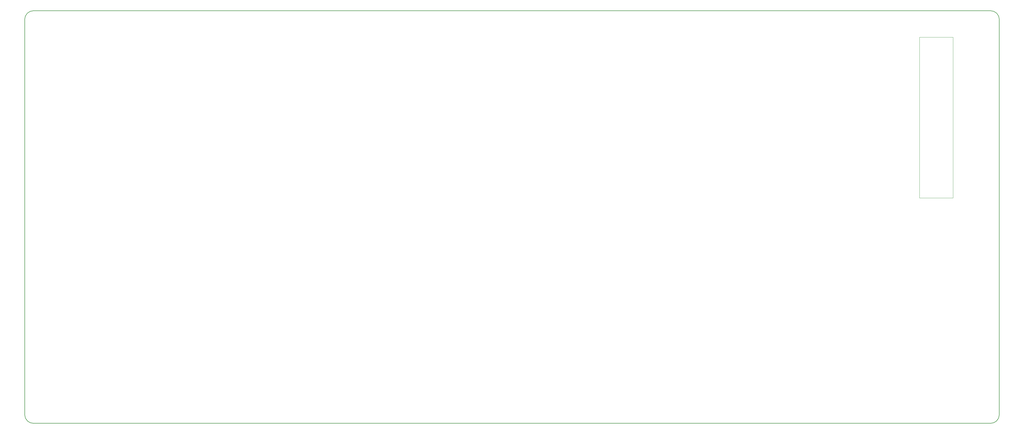
<source format=gbr>
%TF.GenerationSoftware,KiCad,Pcbnew,6.0.11-2627ca5db0~126~ubuntu22.04.1*%
%TF.CreationDate,2023-04-02T11:01:56+08:00*%
%TF.ProjectId,explorekb75,6578706c-6f72-4656-9b62-37352e6b6963,rev?*%
%TF.SameCoordinates,Original*%
%TF.FileFunction,Profile,NP*%
%FSLAX46Y46*%
G04 Gerber Fmt 4.6, Leading zero omitted, Abs format (unit mm)*
G04 Created by KiCad (PCBNEW 6.0.11-2627ca5db0~126~ubuntu22.04.1) date 2023-04-02 11:01:56*
%MOMM*%
%LPD*%
G01*
G04 APERTURE LIST*
%TA.AperFunction,Profile*%
%ADD10C,0.200000*%
%TD*%
%TA.AperFunction,Profile*%
%ADD11C,0.100000*%
%TD*%
G04 APERTURE END LIST*
D10*
X393000000Y-200000000D02*
G75*
G03*
X396000000Y-197000000I0J3000000D01*
G01*
X393000000Y-200000000D02*
X69000000Y-200000000D01*
X66000000Y-197000000D02*
G75*
G03*
X69000000Y-200000000I3000000J0D01*
G01*
X396000000Y-63000000D02*
G75*
G03*
X393000000Y-60000000I-3000000J0D01*
G01*
D11*
X380300000Y-123500000D02*
X369000000Y-123500000D01*
X369000000Y-123500000D02*
X369000000Y-69000000D01*
X369000000Y-69000000D02*
X380300000Y-69000000D01*
X380300000Y-69000000D02*
X380300000Y-123500000D01*
D10*
X396000000Y-63000000D02*
X396000000Y-197000000D01*
X66000000Y-197000000D02*
X66000000Y-63000000D01*
X69000000Y-60000000D02*
X393000000Y-60000000D01*
X69000000Y-60000000D02*
G75*
G03*
X66000000Y-63000000I0J-3000000D01*
G01*
M02*

</source>
